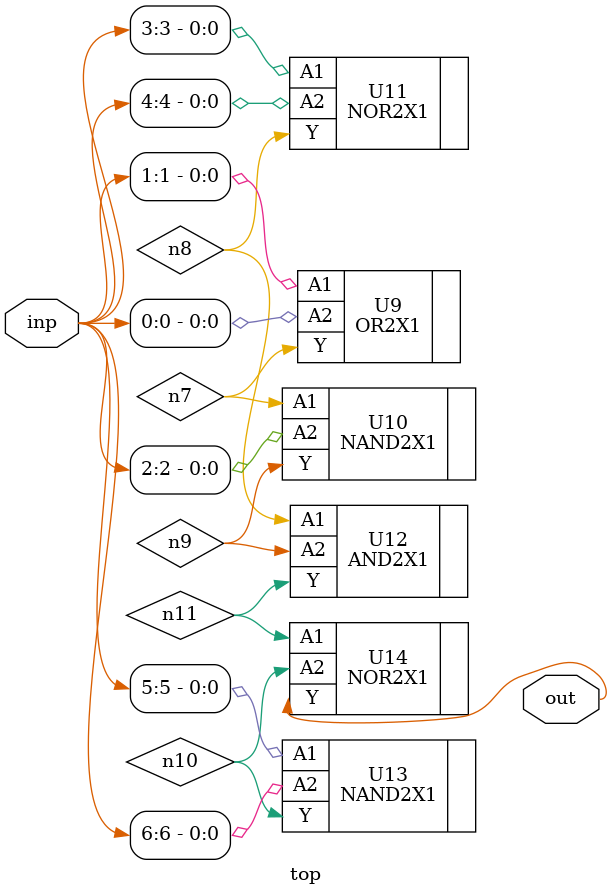
<source format=sv>


module top ( inp, out );
  input [6:0] inp;
  output out;
  wire   n7, n8, n9, n10, n11;

  OR2X1 U9 ( .A1(inp[1]), .A2(inp[0]), .Y(n7) );
  NAND2X1 U10 ( .A1(n7), .A2(inp[2]), .Y(n9) );
  NOR2X1 U11 ( .A1(inp[3]), .A2(inp[4]), .Y(n8) );
  AND2X1 U12 ( .A1(n8), .A2(n9), .Y(n11) );
  NAND2X1 U13 ( .A1(inp[5]), .A2(inp[6]), .Y(n10) );
  NOR2X1 U14 ( .A1(n11), .A2(n10), .Y(out) );
endmodule


</source>
